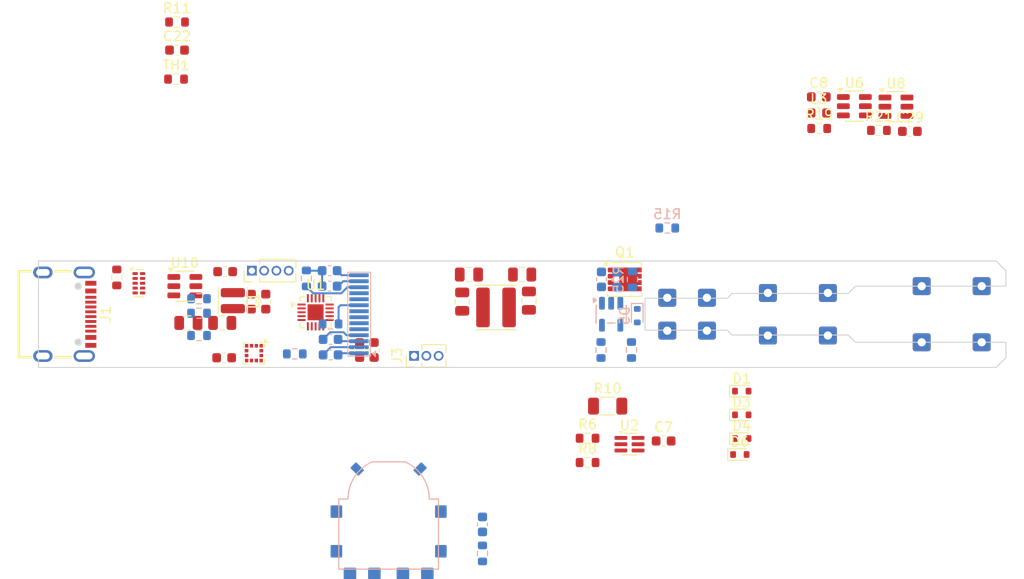
<source format=kicad_pcb>
(kicad_pcb
	(version 20241229)
	(generator "pcbnew")
	(generator_version "9.0")
	(general
		(thickness 1.6)
		(legacy_teardrops no)
	)
	(paper "A4")
	(layers
		(0 "F.Cu" signal)
		(4 "In1.Cu" signal)
		(6 "In2.Cu" signal)
		(2 "B.Cu" signal)
		(9 "F.Adhes" user "F.Adhesive")
		(11 "B.Adhes" user "B.Adhesive")
		(13 "F.Paste" user)
		(15 "B.Paste" user)
		(5 "F.SilkS" user "F.Silkscreen")
		(7 "B.SilkS" user "B.Silkscreen")
		(1 "F.Mask" user)
		(3 "B.Mask" user)
		(17 "Dwgs.User" user "User.Drawings")
		(19 "Cmts.User" user "User.Comments")
		(21 "Eco1.User" user "User.Eco1")
		(23 "Eco2.User" user "User.Eco2")
		(25 "Edge.Cuts" user)
		(27 "Margin" user)
		(31 "F.CrtYd" user "F.Courtyard")
		(29 "B.CrtYd" user "B.Courtyard")
		(35 "F.Fab" user)
		(33 "B.Fab" user)
		(39 "User.1" user)
		(41 "User.2" user)
		(43 "User.3" user)
		(45 "User.4" user)
	)
	(setup
		(stackup
			(layer "F.SilkS"
				(type "Top Silk Screen")
				(color "Black")
			)
			(layer "F.Paste"
				(type "Top Solder Paste")
			)
			(layer "F.Mask"
				(type "Top Solder Mask")
				(color "White")
				(thickness 0.01)
			)
			(layer "F.Cu"
				(type "copper")
				(thickness 0.035)
			)
			(layer "dielectric 1"
				(type "prepreg")
				(thickness 0.1)
				(material "FR4")
				(epsilon_r 4.5)
				(loss_tangent 0.02)
			)
			(layer "In1.Cu"
				(type "copper")
				(thickness 0.035)
			)
			(layer "dielectric 2"
				(type "core")
				(thickness 1.24)
				(material "FR4")
				(epsilon_r 4.5)
				(loss_tangent 0.02)
			)
			(layer "In2.Cu"
				(type "copper")
				(thickness 0.035)
			)
			(layer "dielectric 3"
				(type "prepreg")
				(thickness 0.1)
				(material "FR4")
				(epsilon_r 4.5)
				(loss_tangent 0.02)
			)
			(layer "B.Cu"
				(type "copper")
				(thickness 0.035)
			)
			(layer "B.Mask"
				(type "Bottom Solder Mask")
				(thickness 0.01)
			)
			(layer "B.Paste"
				(type "Bottom Solder Paste")
			)
			(layer "B.SilkS"
				(type "Bottom Silk Screen")
			)
			(copper_finish "None")
			(dielectric_constraints no)
		)
		(pad_to_mask_clearance 0)
		(allow_soldermask_bridges_in_footprints no)
		(tenting front back)
		(grid_origin 100.5 158.2)
		(pcbplotparams
			(layerselection 0x00000000_00000000_55555555_5755f5ff)
			(plot_on_all_layers_selection 0x00000000_00000000_00000000_00000000)
			(disableapertmacros no)
			(usegerberextensions no)
			(usegerberattributes yes)
			(usegerberadvancedattributes yes)
			(creategerberjobfile yes)
			(dashed_line_dash_ratio 12.000000)
			(dashed_line_gap_ratio 3.000000)
			(svgprecision 4)
			(plotframeref no)
			(mode 1)
			(useauxorigin no)
			(hpglpennumber 1)
			(hpglpenspeed 20)
			(hpglpendiameter 15.000000)
			(pdf_front_fp_property_popups yes)
			(pdf_back_fp_property_popups yes)
			(pdf_metadata yes)
			(pdf_single_document no)
			(dxfpolygonmode yes)
			(dxfimperialunits yes)
			(dxfusepcbnewfont yes)
			(psnegative no)
			(psa4output no)
			(plot_black_and_white yes)
			(sketchpadsonfab no)
			(plotpadnumbers no)
			(hidednponfab no)
			(sketchdnponfab yes)
			(crossoutdnponfab yes)
			(subtractmaskfromsilk no)
			(outputformat 1)
			(mirror no)
			(drillshape 1)
			(scaleselection 1)
			(outputdirectory "")
		)
	)
	(net 0 "")
	(net 1 "+3.3V")
	(net 2 "GND")
	(net 3 "VBUS")
	(net 4 "Net-(U10-SW)")
	(net 5 "Net-(U10-BST)")
	(net 6 "/BTN")
	(net 7 "/ENC_B")
	(net 8 "Net-(D3-K)")
	(net 9 "/TC_FB")
	(net 10 "/BOOTSEL")
	(net 11 "Net-(C27-Pad2)")
	(net 12 "/SCL")
	(net 13 "/DISP_NRST")
	(net 14 "/SDA")
	(net 15 "/ENC_A")
	(net 16 "/BLUE")
	(net 17 "Net-(U2-IN-)")
	(net 18 "/D-")
	(net 19 "Net-(D1-A)")
	(net 20 "/HEATER_ON")
	(net 21 "Net-(D5-K)")
	(net 22 "/CC2")
	(net 23 "/CC1")
	(net 24 "/LED_RING")
	(net 25 "/VBUS_FB")
	(net 26 "/CURR_FB")
	(net 27 "unconnected-(U1-PB12-Pad15)")
	(net 28 "unconnected-(U2-REF-Pad1)")
	(net 29 "Net-(J4-Pin_13)")
	(net 30 "Net-(J4-Pin_2)")
	(net 31 "Net-(J4-Pin_1)")
	(net 32 "Net-(J4-Pin_4)")
	(net 33 "Net-(J4-Pin_3)")
	(net 34 "Net-(J4-Pin_14)")
	(net 35 "Net-(U7--)")
	(net 36 "Net-(J1-SHIELD)")
	(net 37 "unconnected-(J4-Pin_6-Pad6)")
	(net 38 "Net-(J4-Pin_12)")
	(net 39 "/RED")
	(net 40 "unconnected-(U5-~{CS}-Pad10)")
	(net 41 "/JDP")
	(net 42 "/JDN")
	(net 43 "unconnected-(U3-NC-Pad6)")
	(net 44 "unconnected-(U3-NC-Pad10)")
	(net 45 "unconnected-(U3-NC-Pad7)")
	(net 46 "unconnected-(U3-NC-Pad9)")
	(net 47 "Net-(J4-Pin_9)")
	(net 48 "unconnected-(U1-PA4-Pad6)")
	(net 49 "/VDRIVE")
	(net 50 "/NTC")
	(net 51 "Net-(D6-K)")
	(net 52 "unconnected-(U5-INT1-Pad5)")
	(net 53 "unconnected-(U5-INT2-Pad6)")
	(net 54 "unconnected-(U11-Pad0)")
	(net 55 "Net-(Q1-D)")
	(net 56 "Net-(Q1-G)")
	(net 57 "unconnected-(U11-Pad0)_1")
	(net 58 "unconnected-(U11-Pad0)_2")
	(net 59 "unconnected-(U11-Pad0)_3")
	(net 60 "unconnected-(U11-Pad0)_4")
	(net 61 "unconnected-(U11-Pad0)_5")
	(net 62 "/VDRIVE_ON")
	(net 63 "Net-(U6-FB)")
	(net 64 "unconnected-(U6-NC-Pad6)")
	(net 65 "unconnected-(U1-PA3-Pad5)")
	(footprint "Capacitor_SMD:C_0603_1608Metric" (layer "F.Cu") (at 165.125 165.8))
	(footprint "Connector_Wire:SolderWire-0.25sqmm_1x01_D0.65mm_OD1.7mm" (layer "F.Cu") (at 182.1 150.5 90))
	(footprint "Capacitor_SMD:C_0603_1608Metric" (layer "F.Cu") (at 122.5 151.4 -90))
	(footprint "Inductor_SMD:L_0603_1608Metric" (layer "F.Cu") (at 181.1625 131.9))
	(footprint "Package_SON:USON-10_2.5x1.0mm_P0.5mm" (layer "F.Cu") (at 110.885 149.5))
	(footprint "Capacitor_SMD:C_0603_1608Metric" (layer "F.Cu") (at 181.1625 130.24))
	(footprint "Connector_Wire:SolderWire-0.25sqmm_1x01_D0.65mm_OD1.7mm" (layer "F.Cu") (at 169.6 154.4 90))
	(footprint "Package_SON:VSON-8_3.3x3.3mm_P0.65mm_NexFET" (layer "F.Cu") (at 161.1 149.1))
	(footprint "Capacitor_SMD:C_0805_2012Metric" (layer "F.Cu") (at 151.2 151.3 90))
	(footprint "Connector_Wire:SolderWire-0.25sqmm_1x01_D0.65mm_OD1.7mm" (layer "F.Cu") (at 198 155.6 90))
	(footprint "Capacitor_SMD:C_0603_1608Metric" (layer "F.Cu") (at 135.2 156.4 -90))
	(footprint "Inductor_SMD:L_Changjiang_FTC252012S" (layer "F.Cu") (at 120.6 151.3 -90))
	(footprint "Connector_Wire:SolderWire-0.25sqmm_1x01_D0.65mm_OD1.7mm" (layer "F.Cu") (at 165.5 151 90))
	(footprint "Resistor_SMD:R_0603_1608Metric" (layer "F.Cu") (at 181.2 133.5))
	(footprint "Capacitor_SMD:C_0805_2012Metric" (layer "F.Cu") (at 150.5 148.6))
	(footprint "Connector_Wire:SolderWire-0.25sqmm_1x01_D0.65mm_OD1.7mm" (layer "F.Cu") (at 191.8 155.6 90))
	(footprint "Capacitor_SMD:C_0603_1608Metric" (layer "F.Cu") (at 190.575 133.8))
	(footprint "Inductor_SMD:L_Changjiang_FTC404030S" (layer "F.Cu") (at 147.8 152))
	(footprint "Connector_Wire:SolderWire-0.25sqmm_1x01_D0.65mm_OD1.7mm" (layer "F.Cu") (at 182.1 154.9 90))
	(footprint "Custom:USB-C-SMD_U263-163N-4GS1735" (layer "F.Cu") (at 103.439427 152.7 -90))
	(footprint "Diode_SMD:D_SOD-523" (layer "F.Cu") (at 173 167.2))
	(footprint "Connector_Wire:SolderWire-0.25sqmm_1x01_D0.65mm_OD1.7mm" (layer "F.Cu") (at 175.9 150.5 90))
	(footprint "Connector_Wire:SolderWire-0.25sqmm_1x01_D0.65mm_OD1.7mm" (layer "F.Cu") (at 175.9 154.9 90))
	(footprint "Resistor_SMD:R_0603_1608Metric" (layer "F.Cu") (at 157.2625 165.52))
	(footprint "Capacitor_SMD:C_0603_1608Metric" (layer "F.Cu") (at 133.7 156.4 -90))
	(footprint "Capacitor_SMD:C_0805_2012Metric" (layer "F.Cu") (at 145 148.6 180))
	(footprint "Package_TO_SOT_SMD:SOT-23-6" (layer "F.Cu") (at 189.1375 131.25))
	(footprint "Connector_PinHeader_1.27mm:PinHeader_1x03_P1.27mm_Vertical" (layer "F.Cu") (at 139.33 157 90))
	(footprint "Capacitor_SMD:C_0805_2012Metric" (layer "F.Cu") (at 144.3 151.4 90))
	(footprint "Capacitor_SMD:C_0805_2012Metric" (layer "F.Cu") (at 119.5 153.6 180))
	(footprint "Diode_SMD:D_SOD-523" (layer "F.Cu") (at 173.2 160.65))
	(footprint "Package_DFN_QFN:QFN-20-1EP_3x3mm_P0.4mm_EP1.65x1.65mm" (layer "F.Cu") (at 129.15 152.5))
	(footprint "Package_LGA:LGA-12_2x2mm_P0.5mm" (layer "F.Cu") (at 122.7775 156.7225 -90))
	(footprint "Connector_Wire:SolderWire-0.25sqmm_1x01_D0.65mm_OD1.7mm" (layer "F.Cu") (at 198 149.8 90))
	(footprint "Connector_PinHeader_1.27mm:PinHeader_1x04_P1.27mm_Vertical" (layer "F.Cu") (at 122.56 148.2 90))
	(footprint "Connector_Wire:SolderWire-0.25sqmm_1x01_D0.65mm_OD1.7mm" (layer "F.Cu") (at 165.5 154.4 90))
	(footprint "Capacitor_SMD:C_0603_1608Metric" (layer "F.Cu") (at 119.7 157.2 180))
	(footprint "Resistor_SMD:R_0603_1608Metric" (layer "F.Cu") (at 157.2625 168.03))
	(footprint "Resistor_SMD:R_0603_1608Metric" (layer "F.Cu") (at 114.825 122.5))
	(footprint "Capacitor_SMD:C_0603_1608Metric" (layer "F.Cu") (at 124 151.4 -90))
	(footprint "Connector_Wire:SolderWire-0.25sqmm_1x01_D0.65mm_OD1.7mm" (layer "F.Cu") (at 169.6 151 90))
	(footprint "Capacitor_SMD:C_0603_1608Metric" (layer "F.Cu") (at 119.8 148.3 180))
	(footprint "Diode_SMD:D_SOD-523" (layer "F.Cu") (at 173.2 163.1))
	(footprint "Package_TO_SOT_SMD:SOT-23-6" (layer "F.Cu") (at 184.8375 131.2))
	(footprint "Connector_Wire:SolderWire-0.25sqmm_1x01_D0.65mm_OD1.7mm" (layer "F.Cu") (at 191.8 149.8 90))
	(footprint "Resistor_SMD:R_0603_1608Metric" (layer "F.Cu") (at 108.6 148.9 -90))
	(footprint "Capacitor_SMD:C_0603_1608Metric" (layer "F.Cu") (at 114.825 125.4))
	(footprint "Package_TO_SOT_SMD:TSOT-23-6"
		(layer "F.Cu")
		(uuid "d57ea46f-2b77-4dd0-985f-53f963aaf5bf")
		(at 115.6375 149.8)
		(descr "TSOT, 6 Pin (https://www.jedec.org/sites/default/files/docs/MO-193D.pdf variant AA), generated with kicad-footprint-generator ipc_gullwing_generator.py")
		(tags "TSOT TO_SOT_SMD")
		(property "Reference" "U10"
			(at 0 -2.4 0)
			(layer "F.SilkS")
			(uuid "9fd8ff9c-a633-4eeb-91e4-546522826401")
			(effects
				(font
					(size 1 1)
					(thickness 0.15)
				)
			)
		)
		(property "Value" "AP63203WU"
			(at 0 2.4 0)
			(layer "F.Fab")
			(uuid "bfbcce8e-2019-4561-96cb-de848fdcd3d1")
			(effects
				(font
					(size 1 1)
					(thickness 0.15)
				)
			)
		)
		(property "Datasheet" "https://www.diodes.com/assets/Datasheets/AP63200-AP63201-AP63203-AP63205.pdf"
			(at 0 0 0)
			(layer "F.Fab")
			(hide yes)
			(uuid "8213fbdf-eaa9-4000-b379-0dfeac15be6e")
			(effects
				(font
					(size 1.27 1.27)
					(thickness 0.15)
				)
			)
		)
		(property "Description" "2A, 1.1MHz Buck DC/DC Converter, fixed 3.3V output voltage, TSOT-23-6"
			(at 0 0 0)
			(layer "F.Fab")
			(hide yes)
			(uuid "7b56814c-83fa-476a-a678-1e63e87ac29c")
			(effects
				(font
					(size 1.27 1.27)
					(thickness 0.15)
				)
			)
		)
		(property ki_fp_filters "TSOT?23*")
		(path "/7008a1f7-716a-4e7b-aaf9-54124d9cd3fc")
		(sheetname "/")
		(sheetfile "usbc_soldering_iron.kicad_sch")
		(attr smd)
		(fp_line
			(start -0.91 -1.56)
			(end 0.91 -1.56)
			(stroke
				(width 0.12)
				(type solid)
			)
			(layer "F.SilkS")
			(uuid "f994a2e2-c3a1-4314-a337-969874ac734a")
		)
		(fp_line
			(start -0.91 -1.51)
			(end -0.91 -1.56)
			(stroke
				(width 0.12)
				(type solid)
			)
			(layer "F.SilkS")
			(uuid "e5fe2b4c-772b-46cf-ad7e-eb6df2f060ef")
		)
		(fp_line
			(start -0.91 1.56)
			(end -0.91 1.51)
			(stroke
				(width 0.12)
				(type solid)
			)
			(layer "F.SilkS")
			(uuid "d2604769-a30e-4e66-853c-afd45b9dfe79")
		)
		(fp_line
			(start 0.91 -1.56)
			(end 0.91 -1.51)
			(stroke
				(width 0.12)
				(type solid)
			)
			(layer "F.SilkS")
			(uuid "2c1e1dc4-76b9-4044-bc6f-329931b5069b")
		)
		(fp_line
			(start 0.91 1.51)
			(end 0.91 1.56)
			(stroke
				(width 0.12)
				(type solid)
			)
			(layer "F.SilkS")
			(uuid "e6097649-d8c6-49b0-89af-c547bc957804")
		)
		(fp_line
			(start 0.91 1.56)
			(end -0.91 1.56)
			(stroke
				(width 0.12)
				(type solid)
			)
			(layer "F.SilkS")
			(uuid "72799639-f715-4d7c-b5a5-9e885f57a9a1")
		)
		(fp_poly
			(pts
				(xy -1.45 -1.51) (xy -1.69 -1.84) (xy -1.21 -1.84)
			)
			(stroke
				(width 0.12)
				(type solid)
			)
			(fill yes)
			(layer "F.SilkS")
			(uuid "20d42083-ce27-40ba-8d11-6b95
... [141673 chars truncated]
</source>
